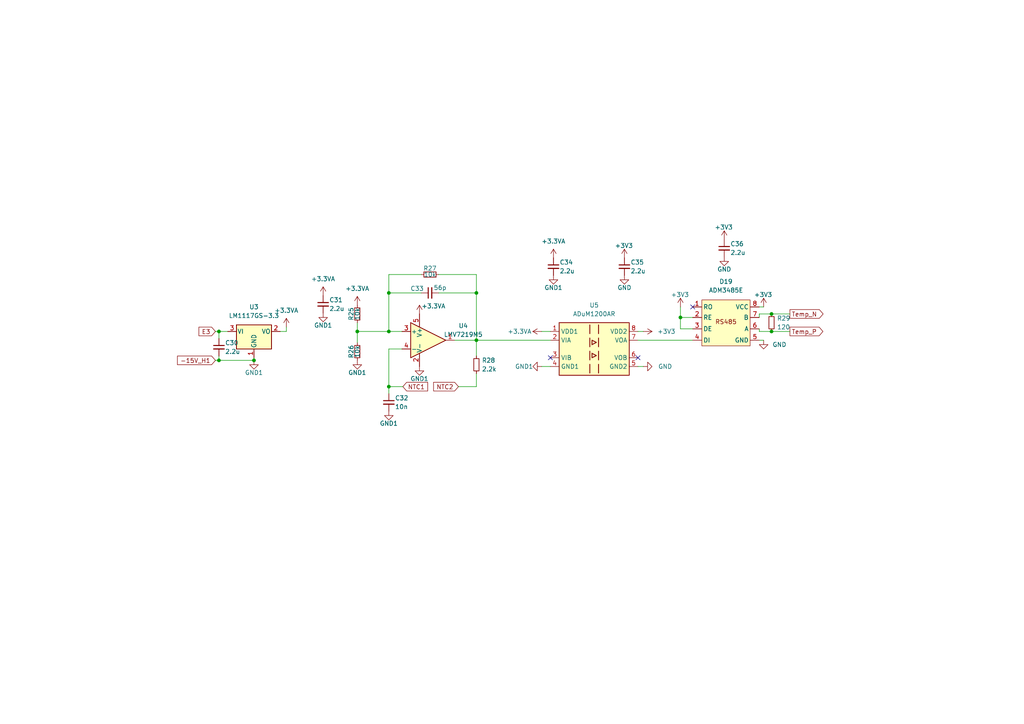
<source format=kicad_sch>
(kicad_sch (version 20230121) (generator eeschema)
  (paper "A4")
  (lib_symbols
    (symbol "Comparator:LMV7219M5" (pin_names (offset 0.127))
      (property "Reference" "U" (at -1.27 6.35 0))
      (property "Value" "LMV7219M5" (at -1.27 3.81 0))
      (symbol "LMV7219M5_0_1"
        (polyline (pts (xy -5.08 5.08) (xy 5.08 0) (xy -5.08 -5.08) (xy -5.08 5.08)) (stroke (width 0.254)) (fill (type background)))
        (pin power_in line (at -2.54 -7.62 90) (length 3.81) (name "V-") (number "2"))
        (pin power_in line (at -2.54 7.62 270) (length 3.81) (name "V+") (number "5"))
      )
      (symbol "LMV7219M5_1_1"
        (pin output line (at 7.62 0 180) (length 2.54) (name "~") (number "1"))
        (pin input line (at -7.62 2.54 0) (length 2.54) (name "+") (number "3"))
        (pin input line (at -7.62 -2.54 0) (length 2.54) (name "-") (number "4"))
      )
    )
    (symbol "Device:C_Small" (pin_numbers hide) (pin_names (offset 0.254) hide)
      (property "Reference" "C" (at 0.254 1.778 0))
      (property "Value" "C_Small" (at 0.254 -2.032 0))
      (symbol "C_Small_0_1"
        (polyline (pts (xy -1.524 -0.508) (xy 1.524 -0.508)) (stroke (width 0.3302)))
        (polyline (pts (xy -1.524 0.508) (xy 1.524 0.508)) (stroke (width 0.3048)))
      )
      (symbol "C_Small_1_1"
        (pin passive line (at 0 2.54 270) (length 2.032) (name "~") (number "1"))
        (pin passive line (at 0 -2.54 90) (length 2.032) (name "~") (number "2"))
      )
    )
    (symbol "Device:R_Small" (pin_numbers hide) (pin_names (offset 0.254) hide)
      (property "Reference" "R" (at 0.762 0.508 0))
      (property "Value" "R_Small" (at 0.762 -1.016 0))
      (symbol "R_Small_0_1"
        (rectangle (start -0.762 1.778) (end 0.762 -1.778) (stroke (width 0.2032)))
      )
      (symbol "R_Small_1_1"
        (pin passive line (at 0 2.54 270) (length 0.762) (name "~") (number "1"))
        (pin passive line (at 0 -2.54 90) (length 0.762) (name "~") (number "2"))
      )
    )
    (symbol "Interface_My:ADM3485E"
      (property "Reference" "D" (at 0 0.635 0))
      (property "Value" "ADM3485E" (at 0 -1.27 0))
      (symbol "ADM3485E_0_0"
        (rectangle (start -6.985 -2.54) (end 6.985 -15.875) (fill (type background)))
        (text "RS485" (at 0 -8.89 0) (effects (font (size 1.27 1.27))))
      )
      (symbol "ADM3485E_1_1"
        (pin input line (at -9.652 -4.572 0) (length 2.54) (name "RO") (number "1"))
        (pin input line (at -9.652 -7.62 0) (length 2.54) (name "RE") (number "2"))
        (pin input line (at -9.652 -10.922 0) (length 2.54) (name "DE") (number "3"))
        (pin input line (at -9.652 -14.224 0) (length 2.54) (name "DI") (number "4"))
        (pin input line (at 9.652 -14.224 180) (length 2.54) (name "GND") (number "5"))
        (pin input line (at 9.652 -10.922 180) (length 2.54) (name "A") (number "6"))
        (pin input line (at 9.652 -7.62 180) (length 2.54) (name "B") (number "7"))
        (pin input line (at 9.652 -4.572 180) (length 2.54) (name "VCC") (number "8"))
      )
    )
    (symbol "Isolator:ADuM1200AR"
      (property "Reference" "U" (at -10.16 8.89 0))
      (property "Value" "ADuM1200AR" (at -2.032 8.89 0))
      (symbol "ADuM1200AR_0_1"
        (rectangle (start -10.16 7.62) (end 10.16 -7.62) (stroke (width 0.254)) (fill (type background)))
        (polyline (pts (xy -1.27 -4.445) (xy -1.27 -6.985)) (stroke (width 0.254)))
        (polyline (pts (xy -1.27 -0.635) (xy -1.27 -3.175)) (stroke (width 0.254)))
        (polyline (pts (xy -1.27 3.175) (xy -1.27 0.635)) (stroke (width 0.254)))
        (polyline (pts (xy -1.27 6.985) (xy -1.27 4.445)) (stroke (width 0.254)))
        (polyline (pts (xy 1.27 -4.445) (xy 1.27 -6.985)) (stroke (width 0.254)))
        (polyline (pts (xy 1.27 -0.635) (xy 1.27 -3.175)) (stroke (width 0.254)))
        (polyline (pts (xy 1.27 3.175) (xy 1.27 0.635)) (stroke (width 0.254)))
        (polyline (pts (xy 1.27 6.985) (xy 1.27 4.445)) (stroke (width 0.254)))
        (polyline (pts (xy -0.635 -1.27) (xy -0.635 -2.54) (xy 0.635 -1.905) (xy -0.635 -1.27)) (stroke (width 0.254)))
        (polyline (pts (xy -0.635 1.27) (xy 0.635 1.905) (xy -0.635 2.54) (xy -0.635 1.27)) (stroke (width 0.254)))
      )
      (symbol "ADuM1200AR_1_1"
        (pin power_in line (at -12.7 5.08 0) (length 2.54) (name "VDD1") (number "1"))
        (pin input line (at -12.7 2.54 0) (length 2.54) (name "VIA") (number "2"))
        (pin input line (at -12.7 -2.54 0) (length 2.54) (name "VIB") (number "3"))
        (pin power_in line (at -12.7 -5.08 0) (length 2.54) (name "GND1") (number "4"))
        (pin power_in line (at 12.7 -5.08 180) (length 2.54) (name "GND2") (number "5"))
        (pin output line (at 12.7 -2.54 180) (length 2.54) (name "VOB") (number "6"))
        (pin output line (at 12.7 2.54 180) (length 2.54) (name "VOA") (number "7"))
        (pin power_in line (at 12.7 5.08 180) (length 2.54) (name "VDD2") (number "8"))
      )
    )
    (symbol "Regulator_Linear:LM1117-3.3" (pin_names (offset 0.254))
      (property "Reference" "U" (at -3.81 3.175 0))
      (property "Value" "LM1117-3.3" (at 0 3.175 0))
      (symbol "LM1117-3.3_0_1"
        (rectangle (start -5.08 -5.08) (end 5.08 1.905) (stroke (width 0.254)) (fill (type background)))
      )
      (symbol "LM1117-3.3_1_1"
        (pin power_in line (at 0 -7.62 90) (length 2.54) (name "GND") (number "1"))
        (pin power_out line (at 7.62 0 180) (length 2.54) (name "VO") (number "2"))
        (pin power_in line (at -7.62 0 0) (length 2.54) (name "VI") (number "3"))
      )
    )
    (symbol "power:+3.3V" (power) (pin_names (offset 0))
      (property "Value" "+3.3V" (at 0 3.556 0))
      (symbol "+3.3V_0_1"
        (polyline (pts (xy -0.762 1.27) (xy 0 2.54)))
        (polyline (pts (xy 0 0) (xy 0 2.54)))
        (polyline (pts (xy 0 2.54) (xy 0.762 1.27)))
      )
      (symbol "+3.3V_1_1"
        (pin power_in line (at 0 0 90) (length 0) hide (name "+3V3") (number "1"))
      )
    )
    (symbol "power:+3.3VA" (power) (pin_names (offset 0))
      (property "Value" "+3.3VA" (at 0 3.556 0))
      (symbol "+3.3VA_0_1"
        (polyline (pts (xy -0.762 1.27) (xy 0 2.54)))
        (polyline (pts (xy 0 0) (xy 0 2.54)))
        (polyline (pts (xy 0 2.54) (xy 0.762 1.27)))
      )
      (symbol "+3.3VA_1_1"
        (pin power_in line (at 0 0 90) (length 0) hide (name "+3.3VA") (number "1"))
      )
    )
    (symbol "power:GND" (power) (pin_names (offset 0))
      (property "Value" "GND" (at 0 -3.81 0))
      (symbol "GND_0_1"
        (polyline (pts (xy 0 0) (xy 0 -1.27) (xy 1.27 -1.27) (xy 0 -2.54) (xy -1.27 -1.27) (xy 0 -1.27)))
      )
      (symbol "GND_1_1"
        (pin power_in line (at 0 0 270) (length 0) hide (name "GND") (number "1"))
      )
    )
    (symbol "power:GND1" (power) (pin_names (offset 0))
      (property "Value" "GND1" (at 0 -3.81 0))
      (symbol "GND1_0_1"
        (polyline (pts (xy 0 0) (xy 0 -1.27) (xy 1.27 -1.27) (xy 0 -2.54) (xy -1.27 -1.27) (xy 0 -1.27)))
      )
      (symbol "GND1_1_1"
        (pin power_in line (at 0 0 270) (length 0) hide (name "GND1") (number "1"))
      )
    )
  )
  (junction (at 103.632 96.139))
  (junction (at 63.5 104.521))
  (junction (at 112.776 96.139))
  (junction (at 223.774 91.059))
  (junction (at 223.774 96.139))
  (junction (at 112.776 84.963))
  (junction (at 63.5 96.139))
  (junction (at 138.176 84.963))
  (junction (at 197.358 92.075))
  (junction (at 138.176 98.679))
  (junction (at 73.66 104.521))
  (junction (at 112.776 112.141))
  (no_connect (at 159.639 103.759))
  (no_connect (at 200.914 89.027))
  (no_connect (at 185.039 103.759))
  (wire (pts (xy 132.969 112.141) (xy 138.176 112.141)))
  (wire (pts (xy 103.632 93.599) (xy 103.632 96.139)))
  (wire (pts (xy 112.776 84.963) (xy 112.776 96.139)))
  (wire (pts (xy 197.358 92.075) (xy 200.914 92.075)))
  (wire (pts (xy 112.776 79.629) (xy 112.776 84.963)))
  (wire (pts (xy 112.776 112.141) (xy 112.776 114.173)))
  (wire (pts (xy 131.826 98.679) (xy 138.176 98.679)))
  (wire (pts (xy 197.358 95.377) (xy 200.914 95.377)))
  (wire (pts (xy 138.176 112.141) (xy 138.176 108.331)))
  (wire (pts (xy 223.774 91.059) (xy 229.108 91.059)))
  (wire (pts (xy 103.632 96.139) (xy 112.776 96.139)))
  (wire (pts (xy 127.254 79.629) (xy 138.176 79.629)))
  (wire (pts (xy 157.099 106.299) (xy 159.639 106.299)))
  (wire (pts (xy 220.218 98.679) (xy 221.488 98.679)))
  (wire (pts (xy 83.058 94.869) (xy 83.058 96.139)))
  (wire (pts (xy 127.254 84.963) (xy 138.176 84.963)))
  (wire (pts (xy 62.484 96.139) (xy 63.5 96.139)))
  (wire (pts (xy 112.776 96.139) (xy 116.586 96.139)))
  (wire (pts (xy 185.039 106.299) (xy 186.563 106.299)))
  (wire (pts (xy 220.218 89.027) (xy 221.488 89.027)))
  (wire (pts (xy 197.358 92.075) (xy 197.358 95.377)))
  (wire (pts (xy 63.5 96.139) (xy 66.04 96.139)))
  (wire (pts (xy 112.776 112.141) (xy 112.776 101.219)))
  (wire (pts (xy 62.484 104.521) (xy 63.5 104.521)))
  (wire (pts (xy 63.5 104.521) (xy 73.66 104.521)))
  (wire (pts (xy 138.176 98.679) (xy 159.639 98.679)))
  (wire (pts (xy 122.174 79.629) (xy 112.776 79.629)))
  (wire (pts (xy 138.176 79.629) (xy 138.176 84.963)))
  (wire (pts (xy 220.218 96.139) (xy 220.218 95.377)))
  (wire (pts (xy 103.632 99.441) (xy 103.632 96.139)))
  (wire (pts (xy 185.039 98.679) (xy 200.914 98.679)))
  (wire (pts (xy 83.058 96.139) (xy 81.28 96.139)))
  (wire (pts (xy 116.84 112.141) (xy 112.776 112.141)))
  (wire (pts (xy 63.5 103.251) (xy 63.5 104.521)))
  (wire (pts (xy 223.774 96.139) (xy 229.108 96.139)))
  (wire (pts (xy 63.5 98.171) (xy 63.5 96.139)))
  (wire (pts (xy 112.776 84.963) (xy 122.174 84.963)))
  (wire (pts (xy 223.774 96.139) (xy 220.218 96.139)))
  (wire (pts (xy 138.176 98.679) (xy 138.176 103.251)))
  (wire (pts (xy 157.099 96.139) (xy 159.639 96.139)))
  (wire (pts (xy 185.039 96.139) (xy 186.563 96.139)))
  (wire (pts (xy 138.176 84.963) (xy 138.176 98.679)))
  (wire (pts (xy 73.66 103.759) (xy 73.66 104.521)))
  (wire (pts (xy 112.776 101.219) (xy 116.586 101.219)))
  (wire (pts (xy 220.218 91.059) (xy 220.218 92.075)))
  (wire (pts (xy 223.774 91.059) (xy 220.218 91.059)))
  (wire (pts (xy 197.358 89.027) (xy 197.358 92.075)))
  (global_label "E3" (shape input) (at 62.484 96.139 180) (property "Intersheetrefs" "${INTERSHEET_REFS}" (effects hide)))
  (global_label "NTC1" (shape input) (at 116.84 112.141 0) (property "Intersheetrefs" "${INTERSHEET_REFS}" (effects hide)))
  (global_label "NTC2" (shape input) (at 132.969 112.141 180) (property "Intersheetrefs" "${INTERSHEET_REFS}" (effects hide)))
  (global_label "Temp_P" (shape output) (at 229.108 96.139 0) (property "Intersheetrefs" "${INTERSHEET_REFS}" (effects hide)))
  (global_label "Temp_N" (shape output) (at 229.108 91.059 0) (property "Intersheetrefs" "${INTERSHEET_REFS}" (effects hide)))
  (global_label "-15V_H1" (shape input) (at 62.484 104.521 180) (property "Intersheetrefs" "${INTERSHEET_REFS}" (effects hide)))
  (symbol (lib_id "power:GND") (at 186.563 106.299 90) (unit 1)
    (property "Reference" "#PWR074" (effects hide))
    (property "Value" "GND" (at 190.881 106.2989 90) (effects (justify right)))
  )
  (symbol (lib_id "power:+3.3VA") (at 103.632 88.519 0) (unit 1)
    (property "Reference" "#PWR062" (effects hide))
    (property "Value" "+3.3VA" (at 103.632 83.693 0))
  )
  (symbol (lib_id "power:+3.3V") (at 186.563 96.139 270) (unit 1)
    (property "Reference" "#PWR073" (effects hide))
    (property "Value" "+3.3V" (at 190.627 96.1389 90) (effects (justify left)))
  )
  (symbol (lib_id "power:GND1") (at 93.726 90.805 0) (unit 1)
    (property "Reference" "#PWR061" (effects hide))
    (property "Value" "GND1" (at 93.726 94.361 0))
  )
  (symbol (lib_id "power:GND1") (at 121.666 106.299 0) (unit 1)
    (property "Reference" "#PWR066" (effects hide))
    (property "Value" "GND1" (at 121.666 109.855 0))
  )
  (symbol (lib_id "power:+3.3VA") (at 121.666 91.059 0) (unit 1)
    (property "Reference" "#PWR065" (effects hide))
    (property "Value" "+3.3VA" (at 125.73 88.773 0))
  )
  (symbol (lib_id "power:GND") (at 181.102 79.883 0) (unit 1)
    (property "Reference" "#PWR072" (effects hide))
    (property "Value" "GND" (at 179.07 83.439 0) (effects (justify left)))
  )
  (symbol (lib_id "power:+3.3VA") (at 83.058 94.869 0) (unit 1)
    (property "Reference" "#PWR059" (effects hide))
    (property "Value" "+3.3VA" (at 83.058 90.043 0))
  )
  (symbol (lib_id "power:+3.3V") (at 221.488 89.027 0) (unit 1)
    (property "Reference" "#PWR078" (effects hide))
    (property "Value" "+3.3V" (at 218.694 85.471 0) (effects (justify left)))
  )
  (symbol (lib_id "Device:C_Small") (at 160.528 77.343 0) (unit 1)
    (property "Reference" "C34" (at 162.306 76.073 0) (effects (justify left)))
    (property "Value" "2.2u" (at 162.306 78.613 0) (effects (justify left)))
    (property "Footprint" "Capacitor_SMD:C_0805_2012Metric_Pad1.18x1.45mm_HandSolder" (effects hide))
  )
  (symbol (lib_id "power:GND1") (at 112.776 119.253 0) (unit 1)
    (property "Reference" "#PWR064" (effects hide))
    (property "Value" "GND1" (at 112.776 122.809 0))
  )
  (symbol (lib_id "Device:C_Small") (at 112.776 116.713 0) (unit 1)
    (property "Reference" "C32" (at 114.554 115.443 0) (effects (justify left)))
    (property "Value" "10n" (at 114.554 117.983 0) (effects (justify left)))
    (property "Footprint" "Capacitor_SMD:C_0805_2012Metric_Pad1.18x1.45mm_HandSolder" (effects hide))
  )
  (symbol (lib_id "Isolator:ADuM1200AR") (at 172.339 101.219 0) (unit 1)
    (property "Reference" "U5" (at 172.339 88.519 0))
    (property "Value" "ADuM1200AR" (at 172.339 91.059 0))
    (property "Footprint" "Package_SO:SOIC-8_3.9x4.9mm_P1.27mm" (effects hide))
    (property "Datasheet" "https://www.analog.com/media/en/technical-documentation/data-sheets/ADuM1200_1201.pdf" (effects hide))
  )
  (symbol (lib_id "Comparator:LMV7219M5") (at 124.206 98.679 0) (unit 1)
    (property "Reference" "U11" (at 134.366 94.4881 0))
    (property "Value" "LMV7219M5" (at 134.366 97.0281 0))
    (property "Footprint" "Package_TO_SOT_SMD:SOT-23-5" (effects hide))
    (property "Datasheet" "https://www.ti.com/lit/ds/symlink/lmv7219.pdf" (effects hide))
    (instances (project "Driver_Inductor" (path "" (reference "U4") (unit 1))))
  )
  (symbol (lib_id "power:GND1") (at 157.099 106.299 270) (unit 1)
    (property "Reference" "#PWR068" (effects hide))
    (property "Value" "GND1" (at 152.019 106.299 90))
  )
  (symbol (lib_id "power:+3.3V") (at 210.058 69.469 0) (unit 1)
    (property "Reference" "#PWR076" (effects hide))
    (property "Value" "+3.3V" (at 207.264 65.913 0) (effects (justify left)))
  )
  (symbol (lib_id "Device:R_Small") (at 138.176 105.791 0) (unit 1)
    (property "Reference" "R28" (at 139.7508 104.5209 0) (effects (justify left)))
    (property "Value" "2.2k" (at 139.7508 107.0609 0) (effects (justify left)))
    (property "Footprint" "Resistor_SMD:R_0805_2012Metric_Pad1.20x1.40mm_HandSolder" (effects hide))
  )
  (symbol (lib_id "power:GND1") (at 103.632 104.521 0) (unit 1)
    (property "Reference" "#PWR063" (effects hide))
    (property "Value" "GND1" (at 103.632 108.077 0))
  )
  (symbol (lib_id "Device:R_Small") (at 103.632 91.059 180) (unit 1)
    (property "Reference" "R25" (at 101.854 91.059 90))
    (property "Value" "10k" (at 103.632 91.059 90))
    (property "Footprint" "Resistor_SMD:R_0805_2012Metric_Pad1.20x1.40mm_HandSolder" (effects hide))
  )
  (symbol (lib_id "Device:R_Small") (at 103.632 101.981 180) (unit 1)
    (property "Reference" "R26" (at 101.854 101.981 90))
    (property "Value" "10k" (at 103.632 101.981 90))
    (property "Footprint" "Resistor_SMD:R_0805_2012Metric_Pad1.20x1.40mm_HandSolder" (effects hide))
  )
  (symbol (lib_id "Regulator_Linear:LM1117-3.3") (at 73.66 96.139 0) (unit 1)
    (property "Reference" "U3" (at 73.66 89.027 0))
    (property "Value" "LM1117GS-3.3" (at 73.66 91.567 0))
    (property "Footprint" "Package_TO_SOT_SMD:SOT-223" (effects hide))
    (property "Datasheet" "http://www.ti.com/lit/ds/symlink/lm1117.pdf" (effects hide))
  )
  (symbol (lib_id "Device:C_Small") (at 124.714 84.963 90) (unit 1)
    (property "Reference" "C33" (at 122.936 83.693 90) (effects (justify left)))
    (property "Value" "56p" (at 129.54 83.439 90) (effects (justify left)))
    (property "Footprint" "Capacitor_SMD:C_0805_2012Metric_Pad1.18x1.45mm_HandSolder" (effects hide))
  )
  (symbol (lib_id "Device:C_Small") (at 210.058 72.009 0) (unit 1)
    (property "Reference" "C36" (at 211.836 70.739 0) (effects (justify left)))
    (property "Value" "2.2u" (at 211.836 73.279 0) (effects (justify left)))
    (property "Footprint" "Capacitor_SMD:C_0805_2012Metric_Pad1.18x1.45mm_HandSolder" (effects hide))
  )
  (symbol (lib_id "Device:C_Small") (at 181.102 77.343 0) (unit 1)
    (property "Reference" "C35" (at 182.88 76.073 0) (effects (justify left)))
    (property "Value" "2.2u" (at 182.88 78.613 0) (effects (justify left)))
    (property "Footprint" "Capacitor_SMD:C_0805_2012Metric_Pad1.18x1.45mm_HandSolder" (effects hide))
  )
  (symbol (lib_id "power:GND1") (at 73.66 104.521 0) (unit 1)
    (property "Reference" "#PWR058" (effects hide))
    (property "Value" "GND1" (at 73.66 108.077 0))
  )
  (symbol (lib_id "power:+3.3V") (at 197.358 89.027 0) (unit 1)
    (property "Reference" "#PWR075" (effects hide))
    (property "Value" "+3.3V" (at 194.564 85.471 0) (effects (justify left)))
  )
  (symbol (lib_id "Interface_My:ADM3485E") (at 210.566 84.455 0) (unit 1)
    (property "Reference" "D19" (at 210.566 81.661 0))
    (property "Value" "ADM3485E" (at 210.566 84.201 0))
    (property "Footprint" "Package_SO:SOIC-8_3.9x4.9mm_P1.27mm" (effects hide))
  )
  (symbol (lib_id "Device:C_Small") (at 63.5 100.711 0) (unit 1)
    (property "Reference" "C30" (at 65.278 99.441 0) (effects (justify left)))
    (property "Value" "2.2u" (at 65.278 101.981 0) (effects (justify left)))
    (property "Footprint" "Capacitor_SMD:C_0805_2012Metric_Pad1.18x1.45mm_HandSolder" (effects hide))
  )
  (symbol (lib_id "power:+3.3VA") (at 160.528 74.803 0) (unit 1)
    (property "Reference" "#PWR069" (effects hide))
    (property "Value" "+3.3VA" (at 160.528 69.977 0))
  )
  (symbol (lib_id "Device:R_Small") (at 223.774 93.599 0) (unit 1)
    (property "Reference" "R29" (at 225.3488 92.3289 0) (effects (justify left)))
    (property "Value" "120" (at 225.3488 94.8689 0) (effects (justify left)))
    (property "Footprint" "Resistor_SMD:R_0805_2012Metric_Pad1.20x1.40mm_HandSolder" (effects hide))
  )
  (symbol (lib_id "Device:C_Small") (at 93.726 88.265 0) (unit 1)
    (property "Reference" "C31" (at 95.504 86.995 0) (effects (justify left)))
    (property "Value" "2.2u" (at 95.504 89.535 0) (effects (justify left)))
    (property "Footprint" "Capacitor_SMD:C_0805_2012Metric_Pad1.18x1.45mm_HandSolder" (effects hide))
  )
  (symbol (lib_id "Device:R_Small") (at 124.714 79.629 90) (unit 1)
    (property "Reference" "R27" (at 124.714 77.851 90))
    (property "Value" "10k" (at 124.714 79.629 90))
    (property "Footprint" "Resistor_SMD:R_0805_2012Metric_Pad1.20x1.40mm_HandSolder" (effects hide))
  )
  (symbol (lib_id "power:+3.3V") (at 181.102 74.803 0) (unit 1)
    (property "Reference" "#PWR071" (effects hide))
    (property "Value" "+3.3V" (at 178.308 71.247 0) (effects (justify left)))
  )
  (symbol (lib_id "power:+3.3VA") (at 93.726 85.725 0) (unit 1)
    (property "Reference" "#PWR060" (effects hide))
    (property "Value" "+3.3VA" (at 93.726 80.899 0))
  )
  (symbol (lib_id "power:+3.3VA") (at 157.099 96.139 90) (unit 1)
    (property "Reference" "#PWR067" (effects hide))
    (property "Value" "+3.3VA" (at 147.193 96.139 90) (effects (justify right)))
  )
  (symbol (lib_id "power:GND") (at 210.058 74.549 0) (unit 1)
    (property "Reference" "#PWR077" (effects hide))
    (property "Value" "GND" (at 208.026 78.105 0) (effects (justify left)))
  )
  (symbol (lib_id "power:GND") (at 221.488 98.679 0) (unit 1)
    (property "Reference" "#PWR079" (effects hide))
    (property "Value" "GND" (at 224.028 99.9489 0) (effects (justify left)))
  )
  (symbol (lib_id "power:GND1") (at 160.528 79.883 0) (unit 1)
    (property "Reference" "#PWR070" (effects hide))
    (property "Value" "GND1" (at 160.528 83.439 0))
  )
)
</source>
